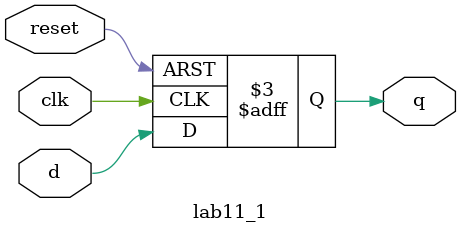
<source format=v>
module lab11_4(in,op,clk,reset);
input [0:7]in;
output [0:7]op;
input clk,reset;
lab11_1 st0(in[0],clk,0,op[0]);
lab11_1 st1(in[1],clk,0,op[1]);
lab11_1 st2(in[2],clk,0,op[2]);
lab11_1 st3(in[3],clk,0,op[3]);
lab11_1 st4(in[4],clk,0,op[4]);
lab11_1 st5(in[5],clk,0,op[5]);
lab11_1 st6(in[6],clk,0,op[6]);
lab11_1 st7(in[7],clk,0,op[7]);
endmodule
module lab11_1(d,clk,reset,q);
input d,clk,reset;
output q;
reg q;
always@(posedge reset or negedge clk)
if(reset==1)
q<=0;
else
q<=d;
endmodule


</source>
